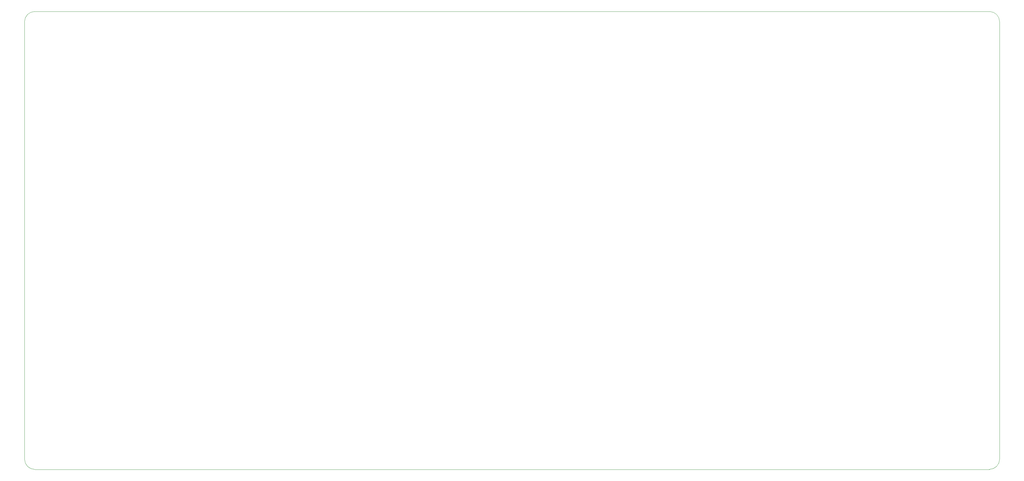
<source format=gbr>
%TF.GenerationSoftware,KiCad,Pcbnew,7.0.7*%
%TF.CreationDate,2024-03-28T21:46:40-04:00*%
%TF.ProjectId,midi-controller_pot-board_teensy,6d696469-2d63-46f6-9e74-726f6c6c6572,rev?*%
%TF.SameCoordinates,Original*%
%TF.FileFunction,Profile,NP*%
%FSLAX46Y46*%
G04 Gerber Fmt 4.6, Leading zero omitted, Abs format (unit mm)*
G04 Created by KiCad (PCBNEW 7.0.7) date 2024-03-28 21:46:40*
%MOMM*%
%LPD*%
G01*
G04 APERTURE LIST*
%TA.AperFunction,Profile*%
%ADD10C,0.100000*%
%TD*%
G04 APERTURE END LIST*
D10*
X378178000Y-230554000D02*
X97178000Y-230554000D01*
X378178000Y-230554000D02*
G75*
G03*
X381178000Y-227554000I0J3000000D01*
G01*
X94178000Y-227554000D02*
G75*
G03*
X97178000Y-230554000I3000000J0D01*
G01*
X97178000Y-95554000D02*
G75*
G03*
X94178000Y-98554000I0J-3000000D01*
G01*
X381178000Y-98554000D02*
X381178000Y-227554000D01*
X94178000Y-227554000D02*
X94178000Y-98554000D01*
X97178000Y-95554000D02*
X378178000Y-95554000D01*
X381178000Y-98554000D02*
G75*
G03*
X378178000Y-95554000I-3000000J0D01*
G01*
M02*

</source>
